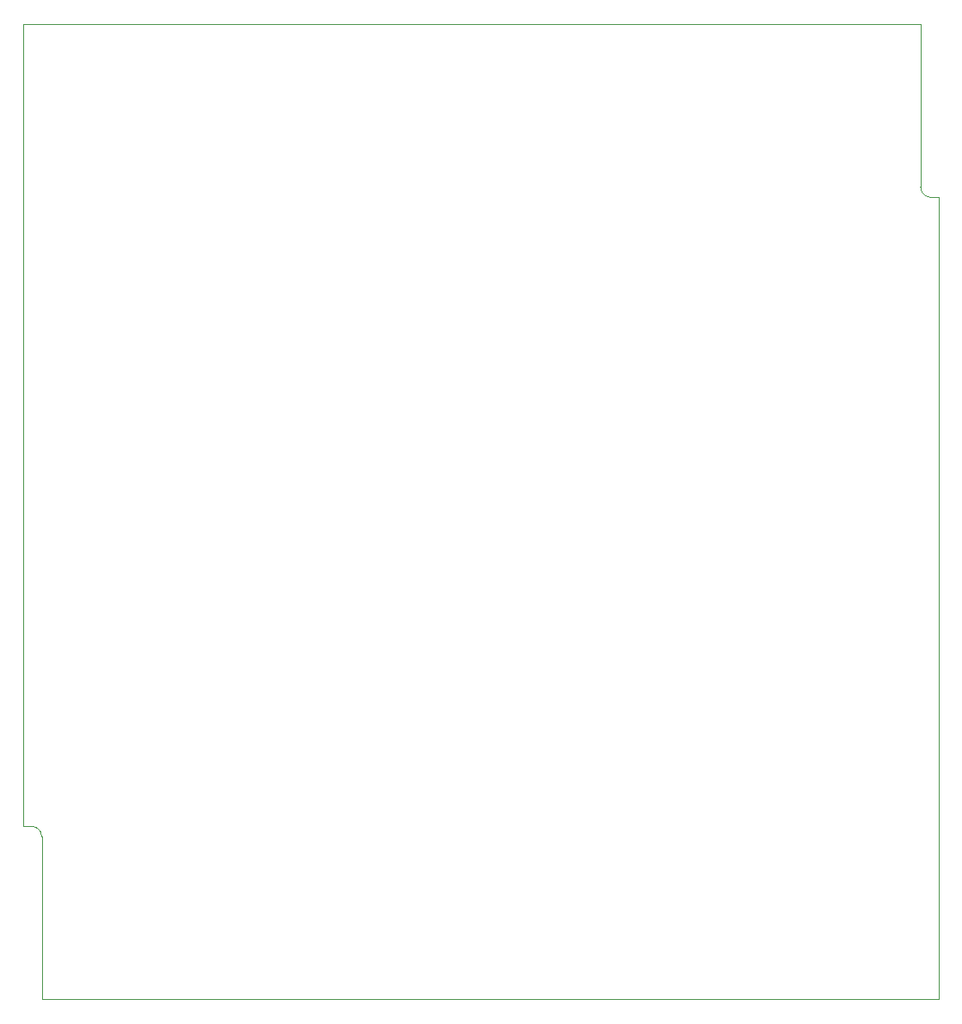
<source format=gbr>
%TF.GenerationSoftware,KiCad,Pcbnew,9.0.6*%
%TF.CreationDate,2025-11-19T17:48:12+01:00*%
%TF.ProjectId,Spino CS,5370696e-6f20-4435-932e-6b696361645f,v2.1*%
%TF.SameCoordinates,PX68e7780PY2faf080*%
%TF.FileFunction,Profile,NP*%
%FSLAX46Y46*%
G04 Gerber Fmt 4.6, Leading zero omitted, Abs format (unit mm)*
G04 Created by KiCad (PCBNEW 9.0.6) date 2025-11-19 17:48:12*
%MOMM*%
%LPD*%
G01*
G04 APERTURE LIST*
%TA.AperFunction,Profile*%
%ADD10C,0.100000*%
%TD*%
G04 APERTURE END LIST*
D10*
X90170000Y-17000000D02*
X90170000Y-95890000D01*
X88370000Y0D02*
X0Y0D01*
X800000Y-78890000D02*
G75*
G02*
X1800000Y-79890000I0J-1000000D01*
G01*
X89370000Y-17000000D02*
X90170000Y-17000000D01*
X800000Y-78890000D02*
X0Y-78890000D01*
X1800000Y-79890000D02*
X1800000Y-95890000D01*
X89370000Y-17000000D02*
G75*
G02*
X88370000Y-16000000I0J1000000D01*
G01*
X88370000Y-16000000D02*
X88370000Y0D01*
X1800000Y-95890000D02*
X90170000Y-95890000D01*
X0Y-78890000D02*
X0Y0D01*
M02*

</source>
